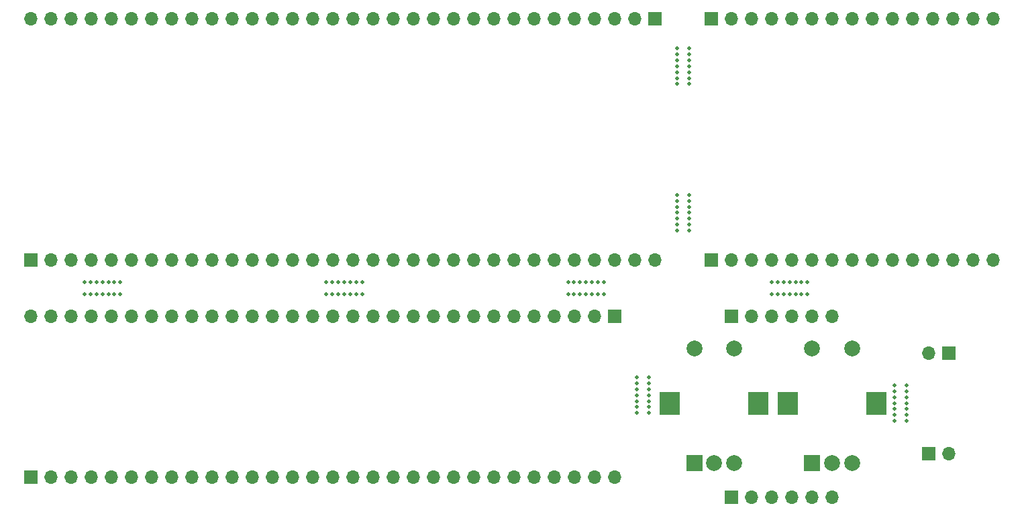
<source format=gbr>
%TF.GenerationSoftware,KiCad,Pcbnew,(6.0.2)*%
%TF.CreationDate,2022-03-22T07:27:24-04:00*%
%TF.ProjectId,Panel_Design_2,50616e65-6c5f-4446-9573-69676e5f322e,rev?*%
%TF.SameCoordinates,Original*%
%TF.FileFunction,Soldermask,Bot*%
%TF.FilePolarity,Negative*%
%FSLAX46Y46*%
G04 Gerber Fmt 4.6, Leading zero omitted, Abs format (unit mm)*
G04 Created by KiCad (PCBNEW (6.0.2)) date 2022-03-22 07:27:24*
%MOMM*%
%LPD*%
G01*
G04 APERTURE LIST*
%ADD10C,0.500000*%
%ADD11R,1.700000X1.700000*%
%ADD12O,1.700000X1.700000*%
%ADD13R,2.000000X2.000000*%
%ADD14C,2.000000*%
%ADD15R,2.500000X3.000000*%
G04 APERTURE END LIST*
D10*
%TO.C,mouse-bite-2mm-slot*%
X96244996Y-57629999D03*
X97744996Y-57629999D03*
X100744996Y-56129999D03*
X97744996Y-56129999D03*
X96244996Y-56129999D03*
X96994996Y-57629999D03*
X99244996Y-57629999D03*
X99994996Y-57629999D03*
X98494996Y-57629999D03*
X99994996Y-56129999D03*
X99244996Y-56129999D03*
X98494996Y-56129999D03*
X96994996Y-56129999D03*
X100744996Y-57629999D03*
%TD*%
D11*
%TO.C,J11*%
X107234996Y-22859999D03*
D12*
X104694996Y-22859999D03*
X102154996Y-22859999D03*
X99614996Y-22859999D03*
X97074996Y-22859999D03*
X94534996Y-22859999D03*
X91994996Y-22859999D03*
X89454996Y-22859999D03*
X86914996Y-22859999D03*
X84374996Y-22859999D03*
X81834996Y-22859999D03*
X79294996Y-22859999D03*
X76754996Y-22859999D03*
X74214996Y-22859999D03*
X71674996Y-22859999D03*
X69134996Y-22859999D03*
X66594996Y-22859999D03*
X64054996Y-22859999D03*
X61514996Y-22859999D03*
X58974996Y-22859999D03*
X56434996Y-22859999D03*
X53894996Y-22859999D03*
X51354996Y-22859999D03*
X48814996Y-22859999D03*
X46274996Y-22859999D03*
X43734996Y-22859999D03*
X41194996Y-22859999D03*
X38654996Y-22859999D03*
X36114996Y-22859999D03*
X33574996Y-22859999D03*
X31034996Y-22859999D03*
X28494996Y-22859999D03*
%TD*%
D11*
%TO.C,J19*%
X141714999Y-77769999D03*
D12*
X144254999Y-77769999D03*
%TD*%
D10*
%TO.C,mouse-bite-2mm-slot*%
X137424998Y-73669998D03*
X138924998Y-69919998D03*
X137424998Y-69919998D03*
X137424998Y-70669998D03*
X138924998Y-69169998D03*
X138924998Y-72919998D03*
X137424998Y-72919998D03*
X137424998Y-71419998D03*
X138924998Y-73669998D03*
X137424998Y-72169998D03*
X138924998Y-72169998D03*
X137424998Y-69169998D03*
X138924998Y-70669998D03*
X138924998Y-71419998D03*
%TD*%
%TO.C,mouse-bite-2mm-slot*%
X106444996Y-70419999D03*
X106444996Y-68169999D03*
X106444996Y-72669999D03*
X104944996Y-72669999D03*
X104944996Y-68919999D03*
X106444996Y-68919999D03*
X104944996Y-69669999D03*
X106444996Y-69669999D03*
X104944996Y-70419999D03*
X104944996Y-71919999D03*
X106444996Y-71919999D03*
X106444996Y-71169999D03*
X104944996Y-71169999D03*
X104944996Y-68169999D03*
%TD*%
D11*
%TO.C,J8*%
X116854997Y-83279999D03*
D12*
X119394997Y-83279999D03*
X121934997Y-83279999D03*
X124474997Y-83279999D03*
X127014997Y-83279999D03*
X129554997Y-83279999D03*
%TD*%
D11*
%TO.C,J1*%
X28494996Y-80739999D03*
D12*
X31034996Y-80739999D03*
X33574996Y-80739999D03*
X36114996Y-80739999D03*
X38654996Y-80739999D03*
X41194996Y-80739999D03*
X43734996Y-80739999D03*
X46274996Y-80739999D03*
X48814996Y-80739999D03*
X51354996Y-80739999D03*
X53894996Y-80739999D03*
X56434996Y-80739999D03*
X58974996Y-80739999D03*
X61514996Y-80739999D03*
X64054996Y-80739999D03*
X66594996Y-80739999D03*
X69134996Y-80739999D03*
X71674996Y-80739999D03*
X74214996Y-80739999D03*
X76754996Y-80739999D03*
X79294996Y-80739999D03*
X81834996Y-80739999D03*
X84374996Y-80739999D03*
X86914996Y-80739999D03*
X89454996Y-80739999D03*
X91994996Y-80739999D03*
X94534996Y-80739999D03*
X97074996Y-80739999D03*
X99614996Y-80739999D03*
X102154996Y-80739999D03*
%TD*%
D11*
%TO.C,J12*%
X116854997Y-60419999D03*
D12*
X119394997Y-60419999D03*
X121934997Y-60419999D03*
X124474997Y-60419999D03*
X127014997Y-60419999D03*
X129554997Y-60419999D03*
%TD*%
D10*
%TO.C,mouse-bite-2mm-slot*%
X111524996Y-48859999D03*
X110024996Y-49609999D03*
X111524996Y-45859999D03*
X111524996Y-48109999D03*
X110024996Y-46609999D03*
X110024996Y-48109999D03*
X110024996Y-45109999D03*
X111524996Y-49609999D03*
X110024996Y-48859999D03*
X110024996Y-47359999D03*
X111524996Y-46609999D03*
X111524996Y-45109999D03*
X110024996Y-45859999D03*
X111524996Y-47359999D03*
%TD*%
%TO.C,mouse-bite-2mm-slot*%
X126444996Y-56129999D03*
X122694996Y-57629999D03*
X126444996Y-57629999D03*
X124944996Y-57629999D03*
X124944996Y-56129999D03*
X124194996Y-57629999D03*
X122694996Y-56129999D03*
X121944996Y-57629999D03*
X125694996Y-57629999D03*
X124194996Y-56129999D03*
X123444996Y-57629999D03*
X123444996Y-56129999D03*
X125694996Y-56129999D03*
X121944996Y-56129999D03*
%TD*%
%TO.C,mouse-bite-2mm-slot*%
X111524996Y-29609999D03*
X111524996Y-28859999D03*
X111524996Y-26609999D03*
X110024996Y-28859999D03*
X111524996Y-31109999D03*
X111524996Y-27359999D03*
X110024996Y-30359999D03*
X111524996Y-28109999D03*
X110024996Y-27359999D03*
X111524996Y-30359999D03*
X110024996Y-26609999D03*
X110024996Y-31109999D03*
X110024996Y-28109999D03*
X110024996Y-29609999D03*
%TD*%
D13*
%TO.C,SW1*%
X112154997Y-78979999D03*
D14*
X117154997Y-78979999D03*
X114654997Y-78979999D03*
D15*
X120254997Y-71479999D03*
X109054997Y-71479999D03*
D14*
X112154997Y-64479999D03*
X117154997Y-64479999D03*
%TD*%
D11*
%TO.C,J5*%
X102154996Y-60419999D03*
D12*
X99614996Y-60419999D03*
X97074996Y-60419999D03*
X94534996Y-60419999D03*
X91994996Y-60419999D03*
X89454996Y-60419999D03*
X86914996Y-60419999D03*
X84374996Y-60419999D03*
X81834996Y-60419999D03*
X79294996Y-60419999D03*
X76754996Y-60419999D03*
X74214996Y-60419999D03*
X71674996Y-60419999D03*
X69134996Y-60419999D03*
X66594996Y-60419999D03*
X64054996Y-60419999D03*
X61514996Y-60419999D03*
X58974996Y-60419999D03*
X56434996Y-60419999D03*
X53894996Y-60419999D03*
X51354996Y-60419999D03*
X48814996Y-60419999D03*
X46274996Y-60419999D03*
X43734996Y-60419999D03*
X41194996Y-60419999D03*
X38654996Y-60419999D03*
X36114996Y-60419999D03*
X33574996Y-60419999D03*
X31034996Y-60419999D03*
X28494996Y-60419999D03*
%TD*%
D11*
%TO.C,JOLED2*%
X114319996Y-22859999D03*
D12*
X116859996Y-22859999D03*
X119399996Y-22859999D03*
X121939996Y-22859999D03*
X124479996Y-22859999D03*
X127019996Y-22859999D03*
X129559996Y-22859999D03*
X132099996Y-22859999D03*
X134639996Y-22859999D03*
X137179996Y-22859999D03*
X139719996Y-22859999D03*
X142259996Y-22859999D03*
X144799996Y-22859999D03*
X147339996Y-22859999D03*
X149879996Y-22859999D03*
%TD*%
D13*
%TO.C,SW2*%
X127054997Y-78989999D03*
D14*
X132054997Y-78989999D03*
X129554997Y-78989999D03*
D15*
X123954997Y-71489999D03*
X135154997Y-71489999D03*
D14*
X127054997Y-64489999D03*
X132054997Y-64489999D03*
%TD*%
D10*
%TO.C,mouse-bite-2mm-slot*%
X35994996Y-57629999D03*
X36744996Y-57629999D03*
X39744996Y-57629999D03*
X38994996Y-57629999D03*
X35244996Y-56129999D03*
X37494996Y-57629999D03*
X35244996Y-57629999D03*
X35994996Y-56129999D03*
X39744996Y-56129999D03*
X38244996Y-57629999D03*
X38994996Y-56129999D03*
X36744996Y-56129999D03*
X37494996Y-56129999D03*
X38244996Y-56129999D03*
%TD*%
%TO.C,mouse-bite-2mm-slot*%
X67244996Y-56129999D03*
X68744996Y-56129999D03*
X67244996Y-57629999D03*
X68744996Y-57629999D03*
X70244996Y-56129999D03*
X65744996Y-57629999D03*
X69494996Y-57629999D03*
X69494996Y-56129999D03*
X67994996Y-56129999D03*
X70244996Y-57629999D03*
X67994996Y-57629999D03*
X65744996Y-56129999D03*
X66494996Y-57629999D03*
X66494996Y-56129999D03*
%TD*%
D11*
%TO.C,J3*%
X28494996Y-53339999D03*
D12*
X31034996Y-53339999D03*
X33574996Y-53339999D03*
X36114996Y-53339999D03*
X38654996Y-53339999D03*
X41194996Y-53339999D03*
X43734996Y-53339999D03*
X46274996Y-53339999D03*
X48814996Y-53339999D03*
X51354996Y-53339999D03*
X53894996Y-53339999D03*
X56434996Y-53339999D03*
X58974996Y-53339999D03*
X61514996Y-53339999D03*
X64054996Y-53339999D03*
X66594996Y-53339999D03*
X69134996Y-53339999D03*
X71674996Y-53339999D03*
X74214996Y-53339999D03*
X76754996Y-53339999D03*
X79294996Y-53339999D03*
X81834996Y-53339999D03*
X84374996Y-53339999D03*
X86914996Y-53339999D03*
X89454996Y-53339999D03*
X91994996Y-53339999D03*
X94534996Y-53339999D03*
X97074996Y-53339999D03*
X99614996Y-53339999D03*
X102154996Y-53339999D03*
X104694996Y-53339999D03*
X107234996Y-53339999D03*
%TD*%
D11*
%TO.C,J23*%
X144254999Y-65069999D03*
D12*
X141714999Y-65069999D03*
%TD*%
D11*
%TO.C,JOLED1*%
X114314996Y-53339999D03*
D12*
X116854996Y-53339999D03*
X119394996Y-53339999D03*
X121934996Y-53339999D03*
X124474996Y-53339999D03*
X127014996Y-53339999D03*
X129554996Y-53339999D03*
X132094996Y-53339999D03*
X134634996Y-53339999D03*
X137174996Y-53339999D03*
X139714996Y-53339999D03*
X142254996Y-53339999D03*
X144794996Y-53339999D03*
X147334996Y-53339999D03*
X149874996Y-53339999D03*
%TD*%
M02*

</source>
